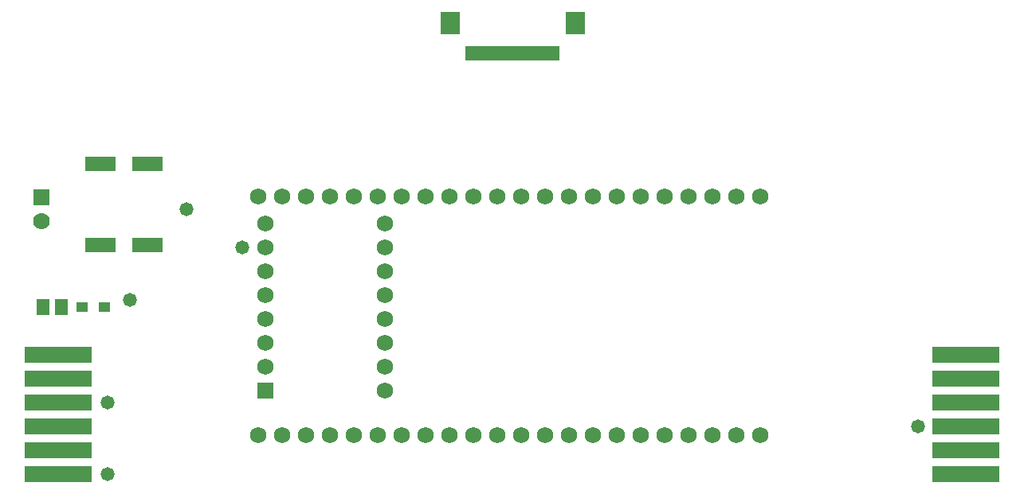
<source format=gbr>
%TF.GenerationSoftware,Altium Limited,Altium Designer,24.7.2 (38)*%
G04 Layer_Color=8388736*
%FSLAX45Y45*%
%MOMM*%
%TF.SameCoordinates,4658354D-353F-4C49-8F46-90FD7368F250*%
%TF.FilePolarity,Negative*%
%TF.FileFunction,Soldermask,Top*%
%TF.Part,Single*%
G01*
G75*
%TA.AperFunction,SMDPad,CuDef*%
%ADD12R,3.20000X1.60000*%
%ADD14R,1.25000X1.10000*%
%ADD43R,2.00320X2.40320*%
%ADD44R,0.50320X1.50320*%
%ADD45R,7.20320X1.72720*%
%ADD46R,1.40320X1.65320*%
%TA.AperFunction,ComponentPad*%
%ADD47R,1.77820X1.77820*%
%ADD48C,1.77820*%
%ADD49C,1.72720*%
%ADD50R,1.72720X1.72720*%
%TA.AperFunction,ViaPad*%
%ADD51C,1.47320*%
D12*
X4453700Y5334000D02*
D03*
X3953700D02*
D03*
Y4470400D02*
D03*
X4453700D02*
D03*
D14*
X3994200Y3810000D02*
D03*
X3759200D02*
D03*
D43*
X7666200Y6832600D02*
D03*
X8996200D02*
D03*
D44*
X7856200Y6507600D02*
D03*
X7906200D02*
D03*
X7956200D02*
D03*
X8006200D02*
D03*
X8056200D02*
D03*
X8106200D02*
D03*
X8156200D02*
D03*
X8206200D02*
D03*
X8256200D02*
D03*
X8306200D02*
D03*
X8356200D02*
D03*
X8406200D02*
D03*
X8456200D02*
D03*
X8506200D02*
D03*
X8556200D02*
D03*
X8606200D02*
D03*
X8656200D02*
D03*
X8706200D02*
D03*
X8756200D02*
D03*
X8806200D02*
D03*
D45*
X13144501Y2286000D02*
D03*
X3505200Y2032000D02*
D03*
Y2286000D02*
D03*
Y2540000D02*
D03*
Y2794000D02*
D03*
Y3048000D02*
D03*
Y3302000D02*
D03*
X13144501D02*
D03*
Y3048000D02*
D03*
Y2794000D02*
D03*
Y2540000D02*
D03*
Y2032000D02*
D03*
D46*
X3341700Y3810000D02*
D03*
X3541700D02*
D03*
D47*
X3327400Y4974400D02*
D03*
D48*
Y4724400D02*
D03*
D49*
X6972300Y2921000D02*
D03*
Y3175000D02*
D03*
Y3429000D02*
D03*
Y3683000D02*
D03*
Y3937000D02*
D03*
Y4191000D02*
D03*
Y4445000D02*
D03*
Y4699000D02*
D03*
X5702300D02*
D03*
Y4445000D02*
D03*
Y4191000D02*
D03*
Y3937000D02*
D03*
Y3683000D02*
D03*
Y3429000D02*
D03*
Y3175000D02*
D03*
X10706100Y4991100D02*
D03*
X10452100D02*
D03*
X10198100D02*
D03*
X9944100D02*
D03*
X9690100D02*
D03*
X9436100D02*
D03*
X9182100D02*
D03*
X8928100D02*
D03*
X8674100D02*
D03*
X8420100D02*
D03*
X8166100D02*
D03*
X7912100D02*
D03*
X7658100D02*
D03*
X7404100D02*
D03*
X7150100D02*
D03*
X6896100D02*
D03*
X6642100D02*
D03*
X6388100D02*
D03*
X6134100D02*
D03*
X5880100D02*
D03*
X5626100D02*
D03*
X10960100Y2451100D02*
D03*
X10706100D02*
D03*
X10452100D02*
D03*
X10198100D02*
D03*
X9944100D02*
D03*
X9690100D02*
D03*
X9436100D02*
D03*
X9182100D02*
D03*
X8928100D02*
D03*
X8674100D02*
D03*
X8420100D02*
D03*
X8166100D02*
D03*
X7912100D02*
D03*
X7658100D02*
D03*
X7404100D02*
D03*
X6896100D02*
D03*
X6642100D02*
D03*
X6388100D02*
D03*
X6134100D02*
D03*
X5880100D02*
D03*
X5626100D02*
D03*
X7150100D02*
D03*
X10960100Y4991100D02*
D03*
D50*
X5702300Y2921000D02*
D03*
D51*
X5461000Y4445000D02*
D03*
X4025900Y2032000D02*
D03*
X4267200Y3886200D02*
D03*
X4025900Y2794000D02*
D03*
X4864100Y4851400D02*
D03*
X12636500Y2540000D02*
D03*
%TF.MD5,a0c33800646ca43282cf13febdc5233d*%
M02*

</source>
